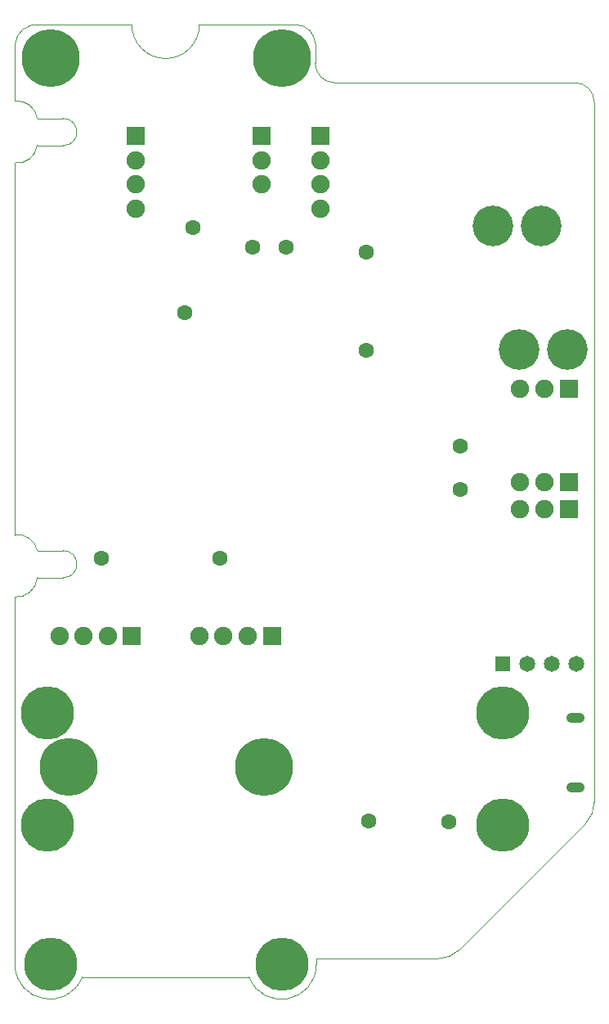
<source format=gbs>
G04 Layer_Color=16711935*
%FSLAX44Y44*%
%MOMM*%
G71*
G01*
G75*
%ADD52C,0.1000*%
%ADD53C,4.2000*%
%ADD54O,1.9000X1.0500*%
%ADD55R,1.6500X1.6500*%
%ADD56C,1.6500*%
%ADD57C,1.9000*%
%ADD58R,1.9000X1.9000*%
%ADD59C,1.6000*%
%ADD60R,1.9000X1.9000*%
%ADD61C,6.0000*%
%ADD62C,5.5000*%
D52*
X311000Y968000D02*
G03*
X331000Y948000I20000J0D01*
G01*
X311000Y988000D02*
G03*
X291000Y1008000I-20000J0D01*
G01*
X25000Y1007999D02*
G03*
X0Y988000I-2500J-22499D01*
G01*
X23000Y911000D02*
G03*
X-0Y929000I-20500J-2500D01*
G01*
Y865000D02*
G03*
X23000Y883000I2500J20500D01*
G01*
X23000Y464000D02*
G03*
X-0Y480000I-19500J-3500D01*
G01*
X0Y416000D02*
G03*
X23000Y436000I1500J21500D01*
G01*
X121000Y1008000D02*
G03*
X156000Y973000I35000J0D01*
G01*
D02*
G03*
X191000Y1008000I0J35000D01*
G01*
X-1Y36000D02*
G03*
X69600Y23000I36035J109D01*
G01*
X242399Y22999D02*
G03*
X312000Y36000I33587J12998D01*
G01*
X591213Y182213D02*
G03*
X600000Y203426I-21213J21213D01*
G01*
X438574Y42000D02*
G03*
X459787Y50787I0J30000D01*
G01*
X600000Y928000D02*
G03*
X580000Y948000I-20000J0D01*
G01*
X50000Y883000D02*
G03*
X50000Y911000I0J14000D01*
G01*
Y436000D02*
G03*
X50000Y464000I0J14000D01*
G01*
X311000Y968000D02*
Y988000D01*
X191000Y1008000D02*
X291000D01*
X0Y929000D02*
Y988000D01*
X25000Y1008000D02*
X121000D01*
X23000Y911000D02*
X50000D01*
X23000Y883000D02*
X50000D01*
X0Y480000D02*
Y865000D01*
X23000Y436000D02*
X50000D01*
X23000Y464000D02*
X50000D01*
X69600Y23000D02*
X242400D01*
X0Y36000D02*
Y416000D01*
X312000Y36000D02*
Y42000D01*
X600000Y203426D02*
Y928000D01*
X459787Y50787D02*
X591213Y182213D01*
X331000Y948000D02*
X580000D01*
X312000Y42000D02*
X438574D01*
D53*
X522000Y672000D02*
D03*
X572000D02*
D03*
X545000Y800000D02*
D03*
X495000D02*
D03*
D54*
X580200Y290750D02*
D03*
Y219250D02*
D03*
D55*
X505100Y346500D02*
D03*
D56*
X530500D02*
D03*
X555900D02*
D03*
X581300D02*
D03*
D57*
X548000Y507000D02*
D03*
X522600D02*
D03*
X548000Y535000D02*
D03*
X522600D02*
D03*
X548000Y631000D02*
D03*
X522600D02*
D03*
X191000Y376000D02*
D03*
X216000D02*
D03*
X241000D02*
D03*
X255000Y843000D02*
D03*
Y868000D02*
D03*
X316000Y818000D02*
D03*
Y843000D02*
D03*
Y868000D02*
D03*
X125000Y818000D02*
D03*
Y843000D02*
D03*
Y868000D02*
D03*
X46000Y376000D02*
D03*
X71000D02*
D03*
X96000D02*
D03*
D58*
X573400Y507000D02*
D03*
Y535000D02*
D03*
Y631000D02*
D03*
X266000Y376000D02*
D03*
X121000D02*
D03*
D59*
X176000Y710000D02*
D03*
X461000Y527500D02*
D03*
Y572000D02*
D03*
X449050Y183500D02*
D03*
X366400Y183950D02*
D03*
X212500Y456000D02*
D03*
X89500D02*
D03*
X184000Y798000D02*
D03*
X363500Y671000D02*
D03*
Y772500D02*
D03*
X281000Y777500D02*
D03*
X246500D02*
D03*
D60*
X255000Y893000D02*
D03*
X316000D02*
D03*
X125000D02*
D03*
D61*
X55750Y240000D02*
D03*
X257750D02*
D03*
X36750Y973000D02*
D03*
X276750D02*
D03*
D62*
X504750Y296000D02*
D03*
Y180000D02*
D03*
X276750Y36000D02*
D03*
X36750D02*
D03*
X33750Y180000D02*
D03*
Y296000D02*
D03*
M02*

</source>
